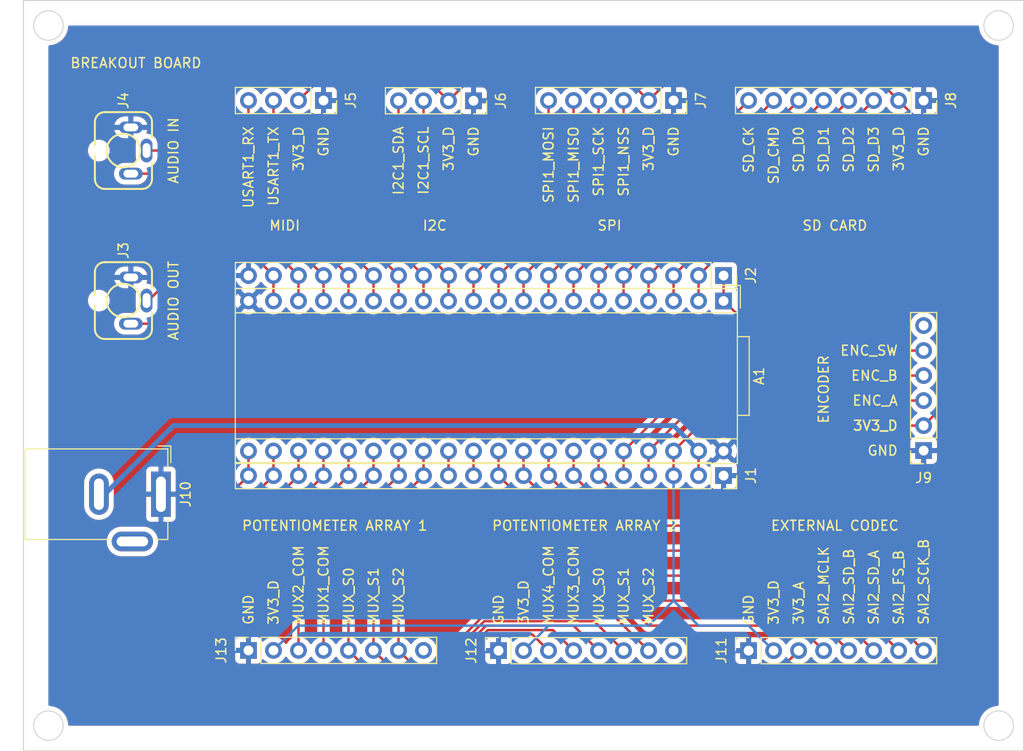
<source format=kicad_pcb>
(kicad_pcb (version 20211014) (generator pcbnew)
  (layers (0 "F.Cu" signal) (31 "B.Cu" signal) (34 "B.Paste" user) (35 "F.Paste" user) (36 "B.SilkS" user "B.Silkscreen") (37 "F.SilkS" user "F.Silkscreen") (38 "B.Mask" user) (39 "F.Mask" user) (44 "Edge.Cuts" user))
  (net 0 "")
  (net 1 "GND")
  (net 2 "9V")
  (net 3 "3V3_D")
  (net 4 "ENC_SW")
  (net 5 "SDMMC1_D3")
  (net 6 "SDMMC1_D2")
  (net 7 "SDMMC1_D1")
  (net 8 "SDMMC1_D0")
  (net 9 "SDMMC1_CMD")
  (net 10 "SDMMC1_CK")
  (net 11 "SPI1_NSS")
  (net 12 "SPI1_SCK")
  (net 13 "SPI1_MISO")
  (net 14 "ENC_B")
  (net 15 "ENC_A")
  (net 16 "SPI1_MOSI")
  (net 17 "DAC1_OUT_2")
  (net 18 "DAC1_OUT_1")
  (net 19 "SAI2_MCLK")
  (net 20 "3V3_A")
  (net 21 "AUDIO_OUT_R")
  (net 22 "AUDIO_OUT_L")
  (net 23 "AUDIO_IN_R")
  (net 24 "AUDIO_IN_L")
  (net 25 "USART1_TX")
  (net 26 "USART1_RX")
  (net 27 "I2C1_SDA")
  (net 28 "I2C1_SCL")
  (net 29 "SAI2_SD_B")
  (net 30 "SAI2_SD_A")
  (net 31 "SAI2_FS_B")
  (net 32 "SAI2_SCK_B")
  (net 36 "MUX1_COM")
  (net 37 "MUX2_COM")
  (net 38 "MUX3_COM")
  (net 39 "MUX_S0")
  (net 40 "MUX_S1")
  (net 41 "MUX_S2")
  (net 42 "MUX4_COM")
  (footprint "Device_Audio_Electrosmith_Daisy_Seed:Device_Audio_Electrosmith_Daisy_Seed" (layer "F.Cu") (at 132.08 91.4825 -90)
    (fp_text reference "A1" (at 7.62 -3.6 90) (layer "F.SilkS"))
    (fp_text value "Device_Audio_Electrosmith_Daisy_Seed_Rev4")
    (fp_line (start 16.52 -1.4) (end 16.52 49.6) (layer "F.SilkS") (width 0.12))
    (fp_line (start 11.62 -2.6) (end 11.62 -1.4) (layer "F.SilkS") (width 0.12))
    (fp_line (start -1.28 -1.4) (end 16.52 -1.4) (layer "F.SilkS") (width 0.12))
    (fp_line (start 3.62 -1.4) (end 3.62 -2.6) (layer "F.SilkS") (width 0.12))
    (fp_line (start 0.72 -1.7) (end -1.58 -1.7) (layer "F.SilkS") (width 0.12))
    (fp_line (start -1.28 49.6) (end -1.28 -1.4) (layer "F.SilkS") (width 0.12))
    (fp_line (start -1.58 -1.7) (end -1.58 0.7) (layer "F.SilkS") (width 0.12))
    (fp_line (start 16.52 49.6) (end -1.28 49.6) (layer "F.SilkS") (width 0.12))
    (fp_line (start 1.2 -1.4) (end 1.2 49.6) (layer "F.SilkS") (width 0.12))
    (fp_line (start 14 -1.4) (end 14 49.6) (layer "F.SilkS") (width 0.12))
    (fp_line (start 3.62 -2.6) (end 11.62 -2.6) (layer "F.SilkS") (width 0.12))
    (pad "1" thru_hole rect locked (at 0 0 270) (size 1.7 1.7) (drill 1) (layers *.Cu *.Mask) (net 4 "ENC_SW"))
    (pad "2" thru_hole circle locked (at 0 2.54 270) (size 1.7 1.7) (drill 1) (layers *.Cu *.Mask) (net 5 "SDMMC1_D3"))
    (pad "3" thru_hole circle locked (at 0 5.08 270) (size 1.7 1.7) (drill 1) (layers *.Cu *.Mask) (net 6 "SDMMC1_D2"))
    (pad "4" thru_hole circle locked (at 0 7.62 270) (size 1.7 1.7) (drill 1) (layers *.Cu *.Mask) (net 7 "SDMMC1_D1"))
    (pad "5" thru_hole circle locked (at 0 10.16 270) (size 1.7 1.7) (drill 1) (layers *.Cu *.Mask) (net 8 "SDMMC1_D0"))
    (pad "6" thru_hole circle locked (at 0 12.7 270) (size 1.7 1.7) (drill 1) (layers *.Cu *.Mask) (net 9 "SDMMC1_CMD"))
    (pad "7" thru_hole circle locked (at 0 15.24 270) (size 1.7 1.7) (drill 1) (layers *.Cu *.Mask) (net 10 "SDMMC1_CK"))
    (pad "8" thru_hole circle locked (at 0 17.78 270) (size 1.7 1.7) (drill 1) (layers *.Cu *.Mask) (net 11 "SPI1_NSS"))
    (pad "9" thru_hole circle locked (at 0 20.32 270) (size 1.7 1.7) (drill 1) (layers *.Cu *.Mask) (net 12 "SPI1_SCK"))
    (pad "10" thru_hole circle locked (at 0 22.86 270) (size 1.7 1.7) (drill 1) (layers *.Cu *.Mask) (net 13 "SPI1_MISO"))
    (pad "11" thru_hole circle locked (at 0 25.4 270) (size 1.7 1.7) (drill 1) (layers *.Cu *.Mask) (net 16 "SPI1_MOSI"))
    (pad "12" thru_hole circle locked (at 0 27.94 270) (size 1.7 1.7) (drill 1) (layers *.Cu *.Mask) (net 28 "I2C1_SCL"))
    (pad "13" thru_hole circle locked (at 0 30.48 270) (size 1.7 1.7) (drill 1) (layers *.Cu *.Mask) (net 27 "I2C1_SDA"))
    (pad "14" thru_hole circle locked (at 0 33.02 270) (size 1.7 1.7) (drill 1) (layers *.Cu *.Mask) (net 25 "USART1_TX"))
    (pad "15" thru_hole circle locked (at 0 35.56 270) (size 1.7 1.7) (drill 1) (layers *.Cu *.Mask) (net 26 "USART1_RX"))
    (pad "16" thru_hole circle locked (at 0 38.1 270) (size 1.7 1.7) (drill 1) (layers *.Cu *.Mask) (net 24 "AUDIO_IN_L"))
    (pad "17" thru_hole circle locked (at 0 40.64 270) (size 1.7 1.7) (drill 1) (layers *.Cu *.Mask) (net 23 "AUDIO_IN_R"))
    (pad "18" thru_hole circle locked (at 0 43.18 270) (size 1.7 1.7) (drill 1) (layers *.Cu *.Mask) (net 22 "AUDIO_OUT_L"))
    (pad "19" thru_hole circle locked (at 0 45.72 270) (size 1.7 1.7) (drill 1) (layers *.Cu *.Mask) (net 21 "AUDIO_OUT_R"))
    (pad "20" thru_hole circle locked (at 0 48.26 270) (size 1.7 1.7) (drill 1) (layers *.Cu *.Mask) (net 1 "GND"))
    (pad "21" thru_hole circle locked (at 15.24 48.26 270) (size 1.7 1.7) (drill 1) (layers *.Cu *.Mask) (net 20 "3V3_A"))
    (pad "22" thru_hole circle locked (at 15.24 45.72 270) (size 1.7 1.7) (drill 1) (layers *.Cu *.Mask) (net 42 "MUX4_COM"))
    (pad "23" thru_hole circle locked (at 15.24 43.18 270) (size 1.7 1.7) (drill 1) (layers *.Cu *.Mask) (net 38 "MUX3_COM"))
    (pad "24" thru_hole circle locked (at 15.24 40.64 270) (size 1.7 1.7) (drill 1) (layers *.Cu *.Mask) (net 37 "MUX2_COM"))
    (pad "25" thru_hole circle locked (at 15.24 38.1 270) (size 1.7 1.7) (drill 1) (layers *.Cu *.Mask) (net 36 "MUX1_COM"))
    (pad "26" thru_hole circle locked (at 15.24 35.56 270) (size 1.7 1.7) (drill 1) (layers *.Cu *.Mask) (net 39 "MUX_S0"))
    (pad "27" thru_hole circle locked (at 15.24 33.02 270) (size 1.7 1.7) (drill 1) (layers *.Cu *.Mask) (net 40 "MUX_S1"))
    (pad "28" thru_hole circle locked (at 15.24 30.48 270) (size 1.7 1.7) (drill 1) (layers *.Cu *.Mask) (net 41 "MUX_S2"))
    (pad "29" thru_hole circle locked (at 15.24 27.94 270) (size 1.7 1.7) (drill 1) (layers *.Cu *.Mask) (net 17 "DAC1_OUT_2"))
    (pad "30" thru_hole circle locked (at 15.24 25.4 270) (size 1.7 1.7) (drill 1) (layers *.Cu *.Mask) (net 18 "DAC1_OUT_1"))
    (pad "31" thru_hole circle locked (at 15.24 22.86 270) (size 1.7 1.7) (drill 1) (layers *.Cu *.Mask) (net 19 "SAI2_MCLK"))
    (pad "32" thru_hole circle locked (at 15.24 20.32 270) (size 1.7 1.7) (drill 1) (layers *.Cu *.Mask) (net 29 "SAI2_SD_B"))
    (pad "33" thru_hole circle locked (at 15.24 17.78 270) (size 1.7 1.7) (drill 1) (layers *.Cu *.Mask) (net 30 "SAI2_SD_A"))
    (pad "34" thru_hole circle locked (at 15.24 15.24 270) (size 1.7 1.7) (drill 1) (layers *.Cu *.Mask) (net 31 "SAI2_FS_B"))
    (pad "35" thru_hole circle locked (at 15.24 12.7 270) (size 1.7 1.7) (drill 1) (layers *.Cu *.Mask) (net 32 "SAI2_SCK_B"))
    (pad "36" thru_hole circle locked (at 15.24 10.16 270) (size 1.7 1.7) (drill 1) (layers *.Cu *.Mask) (net 14 "ENC_B"))
    (pad "37" thru_hole circle locked (at 15.24 7.62 270) (size 1.7 1.7) (drill 1) (layers *.Cu *.Mask) (net 15 "ENC_A"))
    (pad "38" thru_hole circle locked (at 15.24 5.08 270) (size 1.7 1.7) (drill 1) (layers *.Cu *.Mask) (net 3 "3V3_D"))
    (pad "39" thru_hole circle locked (at 15.24 2.54 270) (size 1.7 1.7) (drill 1) (layers *.Cu *.Mask) (net 2 "9V"))
    (pad "40" thru_hole circle locked (at 15.24 0 270) (size 1.7 1.7) (drill 1) (layers *.Cu *.Mask) (net 1 "GND"))
  )
  (footprint "Connector_PinSocket_2.54mm:PinSocket_1x06_P2.54mm_Vertical" (layer "F.Cu") (at 152.4 106.68 180)
    (fp_text reference "J9" (at 0 -2.77) (layer "F.SilkS"))
    (fp_text value "Conn_01x06_Male")
    (fp_line (start -1.33 1.27) (end -1.33 14.03) (layer "F.SilkS") (width 0.12))
    (fp_line (start 1.33 -1.33) (end 1.33 0) (layer "F.SilkS") (width 0.12))
    (fp_line (start -1.33 14.03) (end 1.33 14.03) (layer "F.SilkS") (width 0.12))
    (fp_line (start -1.33 1.27) (end 1.33 1.27) (layer "F.SilkS") (width 0.12))
    (fp_line (start 0 -1.33) (end 1.33 -1.33) (layer "F.SilkS") (width 0.12))
    (fp_line (start 1.33 1.27) (end 1.33 14.03) (layer "F.SilkS") (width 0.12))
    (pad "1" thru_hole rect (at 0 0 180) (size 1.7 1.7) (drill 1) (layers *.Cu *.Mask) (net 1 "GND"))
    (pad "2" thru_hole oval (at 0 2.54 180) (size 1.7 1.7) (drill 1) (layers *.Cu *.Mask) (net 3 "3V3_D"))
    (pad "3" thru_hole oval (at 0 5.08 180) (size 1.7 1.7) (drill 1) (layers *.Cu *.Mask) (net 15 "ENC_A"))
    (pad "4" thru_hole oval (at 0 7.62 180) (size 1.7 1.7) (drill 1) (layers *.Cu *.Mask) (net 14 "ENC_B"))
    (pad "5" thru_hole oval (at 0 10.16 180) (size 1.7 1.7) (drill 1) (layers *.Cu *.Mask) (net 4 "ENC_SW"))
    (pad "6" thru_hole oval (at 0 12.7 180) (size 1.7 1.7) (drill 1) (layers *.Cu *.Mask))
  )
  (footprint "Connector_PinSocket_2.54mm:PinSocket_1x20_P2.54mm_Vertical" (layer "F.Cu") (at 132.08 109.22 -90)
    (fp_text reference "J1" (at 0 -2.77 -90) (layer "F.SilkS"))
    (fp_text value "Conn_01x20_Female")
    (fp_line (start 1.33 -1.33) (end 1.33 0) (layer "F.SilkS") (width 0.12))
    (fp_line (start -1.33 49.59) (end 1.33 49.59) (layer "F.SilkS") (width 0.12))
    (fp_line (start 1.33 1.27) (end 1.33 49.59) (layer "F.SilkS") (width 0.12))
    (fp_line (start 0 -1.33) (end 1.33 -1.33) (layer "F.SilkS") (width 0.12))
    (fp_line (start -1.33 1.27) (end 1.33 1.27) (layer "F.SilkS") (width 0.12))
    (fp_line (start -1.33 1.27) (end -1.33 49.59) (layer "F.SilkS") (width 0.12))
    (pad "1" thru_hole rect (at 0 0 270) (size 1.7 1.7) (drill 1) (layers *.Cu *.Mask) (net 1 "GND"))
    (pad "2" thru_hole oval (at 0 2.54 270) (size 1.7 1.7) (drill 1) (layers *.Cu *.Mask) (net 2 "9V"))
    (pad "3" thru_hole oval (at 0 5.08 270) (size 1.7 1.7) (drill 1) (layers *.Cu *.Mask) (net 3 "3V3_D"))
    (pad "4" thru_hole oval (at 0 7.62 270) (size 1.7 1.7) (drill 1) (layers *.Cu *.Mask) (net 15 "ENC_A"))
    (pad "5" thru_hole oval (at 0 10.16 270) (size 1.7 1.7) (drill 1) (layers *.Cu *.Mask) (net 14 "ENC_B"))
    (pad "6" thru_hole oval (at 0 12.7 270) (size 1.7 1.7) (drill 1) (layers *.Cu *.Mask) (net 32 "SAI2_SCK_B"))
    (pad "7" thru_hole oval (at 0 15.24 270) (size 1.7 1.7) (drill 1) (layers *.Cu *.Mask) (net 31 "SAI2_FS_B"))
    (pad "8" thru_hole oval (at 0 17.78 270) (size 1.7 1.7) (drill 1) (layers *.Cu *.Mask) (net 30 "SAI2_SD_A"))
    (pad "9" thru_hole oval (at 0 20.32 270) (size 1.7 1.7) (drill 1) (layers *.Cu *.Mask) (net 29 "SAI2_SD_B"))
    (pad "10" thru_hole oval (at 0 22.86 270) (size 1.7 1.7) (drill 1) (layers *.Cu *.Mask) (net 19 "SAI2_MCLK"))
    (pad "11" thru_hole oval (at 0 25.4 270) (size 1.7 1.7) (drill 1) (layers *.Cu *.Mask) (net 18 "DAC1_OUT_1"))
    (pad "12" thru_hole oval (at 0 27.94 270) (size 1.7 1.7) (drill 1) (layers *.Cu *.Mask) (net 17 "DAC1_OUT_2"))
    (pad "13" thru_hole oval (at 0 30.48 270) (size 1.7 1.7) (drill 1) (layers *.Cu *.Mask) (net 41 "MUX_S2"))
    (pad "14" thru_hole oval (at 0 33.02 270) (size 1.7 1.7) (drill 1) (layers *.Cu *.Mask) (net 40 "MUX_S1"))
    (pad "15" thru_hole oval (at 0 35.56 270) (size 1.7 1.7) (drill 1) (layers *.Cu *.Mask) (net 39 "MUX_S0"))
    (pad "16" thru_hole oval (at 0 38.1 270) (size 1.7 1.7) (drill 1) (layers *.Cu *.Mask) (net 36 "MUX1_COM"))
    (pad "17" thru_hole oval (at 0 40.64 270) (size 1.7 1.7) (drill 1) (layers *.Cu *.Mask) (net 37 "MUX2_COM"))
    (pad "18" thru_hole oval (at 0 43.18 270) (size 1.7 1.7) (drill 1) (layers *.Cu *.Mask) (net 38 "MUX3_COM"))
    (pad "19" thru_hole oval (at 0 45.72 270) (size 1.7 1.7) (drill 1) (layers *.Cu *.Mask) (net 42 "MUX4_COM"))
    (pad "20" thru_hole oval (at 0 48.26 270) (size 1.7 1.7) (drill 1) (layers *.Cu *.Mask) (net 20 "3V3_A"))
  )
  (footprint "Connector_PinSocket_2.54mm:PinSocket_1x08_P2.54mm_Vertical" (layer "F.Cu") (at 152.4 71.12 -90)
    (fp_text reference "J8" (at 0 -2.77 90) (layer "F.SilkS"))
    (fp_text value "Conn_01x08_Male")
    (fp_line (start 0 -1.33) (end 1.33 -1.33) (layer "F.SilkS") (width 0.12))
    (fp_line (start -1.33 1.27) (end 1.33 1.27) (layer "F.SilkS") (width 0.12))
    (fp_line (start 1.33 -1.33) (end 1.33 0) (layer "F.SilkS") (width 0.12))
    (fp_line (start -1.33 1.27) (end -1.33 19.11) (layer "F.SilkS") (width 0.12))
    (fp_line (start -1.33 19.11) (end 1.33 19.11) (layer "F.SilkS") (width 0.12))
    (fp_line (start 1.33 1.27) (end 1.33 19.11) (layer "F.SilkS") (width 0.12))
    (pad "1" thru_hole rect (at 0 0 270) (size 1.7 1.7) (drill 1) (layers *.Cu *.Mask) (net 1 "GND"))
    (pad "2" thru_hole oval (at 0 2.54 270) (size 1.7 1.7) (drill 1) (layers *.Cu *.Mask) (net 3 "3V3_D"))
    (pad "3" thru_hole oval (at 0 5.08 270) (size 1.7 1.7) (drill 1) (layers *.Cu *.Mask) (net 5 "SDMMC1_D3"))
    (pad "4" thru_hole oval (at 0 7.62 270) (size 1.7 1.7) (drill 1) (layers *.Cu *.Mask) (net 6 "SDMMC1_D2"))
    (pad "5" thru_hole oval (at 0 10.16 270) (size 1.7 1.7) (drill 1) (layers *.Cu *.Mask) (net 7 "SDMMC1_D1"))
    (pad "6" thru_hole oval (at 0 12.7 270) (size 1.7 1.7) (drill 1) (layers *.Cu *.Mask) (net 8 "SDMMC1_D0"))
    (pad "7" thru_hole oval (at 0 15.24 270) (size 1.7 1.7) (drill 1) (layers *.Cu *.Mask) (net 9 "SDMMC1_CMD"))
    (pad "8" thru_hole oval (at 0 17.78 270) (size 1.7 1.7) (drill 1) (layers *.Cu *.Mask) (net 10 "SDMMC1_CK"))
  )
  (footprint "Connector_PinSocket_2.54mm:PinSocket_1x04_P2.54mm_Vertical" (layer "F.Cu") (at 91.44 71.12 -90)
    (fp_text reference "J5" (at 0 -2.77 90) (layer "F.SilkS"))
    (fp_text value "Conn_01x04_Male")
    (fp_line (start -1.33 1.27) (end -1.33 8.95) (layer "F.SilkS") (width 0.12))
    (fp_line (start -1.33 8.95) (end 1.33 8.95) (layer "F.SilkS") (width 0.12))
    (fp_line (start 0 -1.33) (end 1.33 -1.33) (layer "F.SilkS") (width 0.12))
    (fp_line (start -1.33 1.27) (end 1.33 1.27) (layer "F.SilkS") (width 0.12))
    (fp_line (start 1.33 -1.33) (end 1.33 0) (layer "F.SilkS") (width 0.12))
    (fp_line (start 1.33 1.27) (end 1.33 8.95) (layer "F.SilkS") (width 0.12))
    (pad "1" thru_hole rect (at 0 0 270) (size 1.7 1.7) (drill 1) (layers *.Cu *.Mask) (net 1 "GND"))
    (pad "2" thru_hole oval (at 0 2.54 270) (size 1.7 1.7) (drill 1) (layers *.Cu *.Mask) (net 3 "3V3_D"))
    (pad "3" thru_hole oval (at 0 5.08 270) (size 1.7 1.7) (drill 1) (layers *.Cu *.Mask) (net 25 "USART1_TX"))
    (pad "4" thru_hole oval (at 0 7.62 270) (size 1.7 1.7) (drill 1) (layers *.Cu *.Mask) (net 26 "USART1_RX"))
  )
  (footprint "1502_01:1502_01" (layer "F.Cu") (at 71.12 76.2 -90)
    (fp_text reference "J4" (at -5.08 0 -270) (layer "F.SilkS"))
    (fp_text value "1502_01")
    (fp_line (start 2.9 2.9) (end -2.9 2.9) (layer "F.SilkS") (width 0.2032))
    (fp_line (start -3.9 1.9) (end -3.9 -1.9) (layer "F.SilkS") (width 0.2032))
    (fp_line (start 3.9 -1.9) (end 3.9 1.9) (layer "F.SilkS") (width 0.2032))
    (fp_line (start -2.9 -2.9) (end -1.3 -2.9) (layer "F.SilkS") (width 0.2032))
    (fp_line (start 1.3 -2.9) (end 2.9 -2.9) (layer "F.SilkS") (width 0.2032))
    (fp_arc (start -2.9 2.9) (mid -3.607107 2.607107) (end -3.9 1.9) (layer "F.SilkS") (width 0.2032))
    (fp_arc (start 3.9 1.9) (mid 3.607107 2.607107) (end 2.9 2.9) (layer "F.SilkS") (width 0.2032))
    (fp_arc (start -3.9 -1.9) (mid -3.607107 -2.607107) (end -2.9 -2.9) (layer "F.SilkS") (width 0.2032))
    (fp_arc (start 2.9 -2.9) (mid 3.607107 -2.607107) (end 3.9 -1.9) (layer "F.SilkS") (width 0.2032))
    (fp_circle (center 0 0) (end 1.7 0) (layer "F.SilkS") (width 0.2032) (fill none))
    (pad "" np_thru_hole circle locked (at 0 2.5 270) (size 1.2 1.2) (drill 1.2) (layers *.Cu *.Mask))
    (pad "1" thru_hole oval locked (at 0 -2.35 270) (size 2.4 1.2) (drill oval 1.5 0.8) (layers *.Cu *.Mask) (net 24 "AUDIO_IN_L"))
    (pad "2" thru_hole oval locked (at -2.35 -0.75 270) (size 1.2 2.4) (drill oval 0.8 1.5) (layers *.Cu *.Mask) (net 1 "GND"))
    (pad "3" thru_hole oval locked (at 2.35 -0.75 270) (size 1.2 2.4) (drill oval 0.8 1.5) (layers *.Cu *.Mask) (net 23 "AUDIO_IN_R"))
  )
  (footprint "Connector_BarrelJack:BarrelJack_GCT_DCJ200-10-A_Horizontal" (layer "F.Cu") (at 74.93 111.11 -90)
    (fp_text reference "J10" (at 0 -2.5 90) (layer "F.SilkS"))
    (fp_text value "Barrel_Jack")
    (fp_line (start 4.6 13.8) (end -4.6 13.8) (layer "F.SilkS") (width 0.12))
    (fp_line (start -4.6 -0.7) (end -2.6 -0.7) (layer "F.SilkS") (width 0.12))
    (fp_line (start 4.6 5.2) (end 4.6 13.8) (layer "F.SilkS") (width 0.12))
    (fp_line (start -3.2 -1) (end -4.9 -1) (layer "F.SilkS") (width 0.12))
    (fp_line (start -4.6 13.8) (end -4.6 -0.7) (layer "F.SilkS") (width 0.12))
    (fp_line (start 2.6 -0.7) (end 4.6 -0.7) (layer "F.SilkS") (width 0.12))
    (fp_line (start -4.9 -1) (end -4.9 0.3) (layer "F.SilkS") (width 0.12))
    (fp_line (start 4.6 -0.7) (end 4.6 0.6) (layer "F.SilkS") (width 0.12))
    (pad "1" thru_hole rect (at 0 0 270) (size 4.6 2) (drill oval 3.6 1) (layers *.Cu *.Mask) (net 1 "GND"))
    (pad "2" thru_hole oval (at 0 6.3 270) (size 4.2 2) (drill oval 3.2 1) (layers *.Cu *.Mask) (net 2 "9V"))
    (pad "3" thru_hole oval (at 4.8 2.9 270) (size 2 4.2) (drill oval 1 3.2) (layers *.Cu *.Mask))
  )
  (footprint "Connector_PinSocket_2.54mm:PinSocket_1x08_P2.54mm_Vertical" (layer "F.Cu") (at 109.22 127 90)
    (fp_text reference "J12" (at 0 -2.77 90) (layer "F.SilkS"))
    (fp_text value "Conn_01x08_Male")
    (fp_line (start 1.33 1.27) (end 1.33 19.11) (layer "F.SilkS") (width 0.12))
    (fp_line (start -1.33 1.27) (end 1.33 1.27) (layer "F.SilkS") (width 0.12))
    (fp_line (start -1.33 1.27) (end -1.33 19.11) (layer "F.SilkS") (width 0.12))
    (fp_line (start -1.33 19.11) (end 1.33 19.11) (layer "F.SilkS") (width 0.12))
    (fp_line (start 0 -1.33) (end 1.33 -1.33) (layer "F.SilkS") (width 0.12))
    (fp_line (start 1.33 -1.33) (end 1.33 0) (layer "F.SilkS") (width 0.12))
    (pad "1" thru_hole rect (at 0 0 90) (size 1.7 1.7) (drill 1) (layers *.Cu *.Mask) (net 1 "GND"))
    (pad "2" thru_hole oval (at 0 2.54 90) (size 1.7 1.7) (drill 1) (layers *.Cu *.Mask) (net 3 "3V3_D"))
    (pad "3" thru_hole oval (at 0 5.08 90) (size 1.7 1.7) (drill 1) (layers *.Cu *.Mask) (net 42 "MUX4_COM"))
    (pad "4" thru_hole oval (at 0 7.62 90) (size 1.7 1.7) (drill 1) (layers *.Cu *.Mask) (net 38 "MUX3_COM"))
    (pad "5" thru_hole oval (at 0 10.16 90) (size 1.7 1.7) (drill 1) (layers *.Cu *.Mask) (net 39 "MUX_S0"))
    (pad "6" thru_hole oval (at 0 12.7 90) (size 1.7 1.7) (drill 1) (layers *.Cu *.Mask) (net 40 "MUX_S1"))
    (pad "7" thru_hole oval (at 0 15.24 90) (size 1.7 1.7) (drill 1) (layers *.Cu *.Mask) (net 41 "MUX_S2"))
    (pad "8" thru_hole oval (at 0 17.78 90) (size 1.7 1.7) (drill 1) (layers *.Cu *.Mask))
  )
  (footprint "Connector_PinSocket_2.54mm:PinSocket_1x04_P2.54mm_Vertical" (layer "F.Cu") (at 106.68 71.145 -90)
    (fp_text reference "J6" (at 0 -2.77 -90) (layer "F.SilkS"))
    (fp_text value "Conn_01x04_Male")
    (fp_line (start -1.33 8.95) (end 1.33 8.95) (layer "F.SilkS") (width 0.12))
    (fp_line (start 1.33 1.27) (end 1.33 8.95) (layer "F.SilkS") (width 0.12))
    (fp_line (start 1.33 -1.33) (end 1.33 0) (layer "F.SilkS") (width 0.12))
    (fp_line (start -1.33 1.27) (end 1.33 1.27) (layer "F.SilkS") (width 0.12))
    (fp_line (start 0 -1.33) (end 1.33 -1.33) (layer "F.SilkS") (width 0.12))
    (fp_line (start -1.33 1.27) (end -1.33 8.95) (layer "F.SilkS") (width 0.12))
    (pad "1" thru_hole rect (at 0 0 270) (size 1.7 1.7) (drill 1) (layers *.Cu *.Mask) (net 1 "GND"))
    (pad "2" thru_hole oval (at 0 2.54 270) (size 1.7 1.7) (drill 1) (layers *.Cu *.Mask) (net 3 "3V3_D"))
    (pad "3" thru_hole oval (at 0 5.08 270) (size 1.7 1.7) (drill 1) (layers *.Cu *.Mask) (net 28 "I2C1_SCL"))
    (pad "4" thru_hole oval (at 0 7.62 270) (size 1.7 1.7) (drill 1) (layers *.Cu *.Mask) (net 27 "I2C1_SDA"))
  )
  (footprint "Connector_PinSocket_2.54mm:PinSocket_1x06_P2.54mm_Vertical" (layer "F.Cu") (at 127 71.12 -90)
    (fp_text reference "J7" (at 0 -2.77 90) (layer "F.SilkS"))
    (fp_text value "Conn_01x06_Male")
    (fp_line (start -1.33 1.27) (end 1.33 1.27) (layer "F.SilkS") (width 0.12))
    (fp_line (start -1.33 1.27) (end -1.33 14.03) (layer "F.SilkS") (width 0.12))
    (fp_line (start 1.33 -1.33) (end 1.33 0) (layer "F.SilkS") (width 0.12))
    (fp_line (start 0 -1.33) (end 1.33 -1.33) (layer "F.SilkS") (width 0.12))
    (fp_line (start -1.33 14.03) (end 1.33 14.03) (layer "F.SilkS") (width 0.12))
    (fp_line (start 1.33 1.27) (end 1.33 14.03) (layer "F.SilkS") (width 0.12))
    (pad "1" thru_hole rect (at 0 0 270) (size 1.7 1.7) (drill 1) (layers *.Cu *.Mask) (net 1 "GND"))
    (pad "2" thru_hole oval (at 0 2.54 270) (size 1.7 1.7) (drill 1) (layers *.Cu *.Mask) (net 3 "3V3_D"))
    (pad "3" thru_hole oval (at 0 5.08 270) (size 1.7 1.7) (drill 1) (layers *.Cu *.Mask) (net 11 "SPI1_NSS"))
    (pad "4" thru_hole oval (at 0 7.62 270) (size 1.7 1.7) (drill 1) (layers *.Cu *.Mask) (net 12 "SPI1_SCK"))
    (pad "5" thru_hole oval (at 0 10.16 270) (size 1.7 1.7) (drill 1) (layers *.Cu *.Mask) (net 13 "SPI1_MISO"))
    (pad "6" thru_hole oval (at 0 12.7 270) (size 1.7 1.7) (drill 1) (layers *.Cu *.Mask) (net 16 "SPI1_MOSI"))
  )
  (footprint "Connector_PinSocket_2.54mm:PinSocket_1x08_P2.54mm_Vertical" (layer "F.Cu") (at 134.62 127 90)
    (fp_text reference "J11" (at 0 -2.77 90) (layer "F.SilkS"))
    (fp_text value "Conn_01x08_Male")
    (fp_line (start 0 -1.33) (end 1.33 -1.33) (layer "F.SilkS") (width 0.12))
    (fp_line (start -1.33 1.27) (end 1.33 1.27) (layer "F.SilkS") (width 0.12))
    (fp_line (start -1.33 1.27) (end -1.33 19.11) (layer "F.SilkS") (width 0.12))
    (fp_line (start -1.33 19.11) (end 1.33 19.11) (layer "F.SilkS") (width 0.12))
    (fp_line (start 1.33 -1.33) (end 1.33 0) (layer "F.SilkS") (width 0.12))
    (fp_line (start 1.33 1.27) (end 1.33 19.11) (layer "F.SilkS") (width 0.12))
    (pad "1" thru_hole rect (at 0 0 90) (size 1.7 1.7) (drill 1) (layers *.Cu *.Mask) (net 1 "GND"))
    (pad "2" thru_hole oval (at 0 2.54 90) (size 1.7 1.7) (drill 1) (layers *.Cu *.Mask) (net 3 "3V3_D"))
    (pad "3" thru_hole oval (at 0 5.08 90) (size 1.7 1.7) (drill 1) (layers *.Cu *.Mask) (net 20 "3V3_A"))
    (pad "4" thru_hole oval (at 0 7.62 90) (size 1.7 1.7) (drill 1) (layers *.Cu *.Mask) (net 19 "SAI2_MCLK"))
    (pad "5" thru_hole oval (at 0 10.16 90) (size 1.7 1.7) (drill 1) (layers *.Cu *.Mask) (net 29 "SAI2_SD_B"))
    (pad "6" thru_hole oval (at 0 12.7 90) (size 1.7 1.7) (drill 1) (layers *.Cu *.Mask) (net 30 "SAI2_SD_A"))
    (pad "7" thru_hole oval (at 0 15.24 90) (size 1.7 1.7) (drill 1) (layers *.Cu *.Mask) (net 31 "SAI2_FS_B"))
    (pad "8" thru_hole oval (at 0 17.78 90) (size 1.7 1.7) (drill 1) (layers *.Cu *.Mask) (net 32 "SAI2_SCK_B"))
  )
  (footprint "Connector_PinSocket_2.54mm:PinSocket_1x20_P2.54mm_Vertical" (layer "F.Cu") (at 132.08 88.9 -90)
    (fp_text reference "J2" (at 0 -2.77 -90) (layer "F.SilkS"))
    (fp_text value "Conn_01x20_Female")
    (fp_line (start 1.33 1.27) (end 1.33 49.59) (layer "F.SilkS") (width 0.12))
    (fp_line (start -1.33 1.27) (end -1.33 49.59) (layer "F.SilkS") (width 0.12))
    (fp_line (start 1.33 -1.33) (end 1.33 0) (layer "F.SilkS") (width 0.12))
    (fp_line (start 0 -1.33) (end 1.33 -1.33) (layer "F.SilkS") (width 0.12))
    (fp_line (start -1.33 1.27) (end 1.33 1.27) (layer "F.SilkS") (width 0.12))
    (fp_line (start -1.33 49.59) (end 1.33 49.59) (layer "F.SilkS") (width 0.12))
    (pad "1" thru_hole rect (at 0 0 270) (size 1.7 1.7) (drill 1) (layers *.Cu *.Mask) (net 4 "ENC_SW"))
    (pad "2" thru_hole oval (at 0 2.54 270) (size 1.7 1.7) (drill 1) (layers *.Cu *.Mask) (net 5 "SDMMC1_D3"))
    (pad "3" thru_hole oval (at 0 5.08 270) (size 1.7 1.7) (drill 1) (layers *.Cu *.Mask) (net 6 "SDMMC1_D2"))
    (pad "4" thru_hole oval (at 0 7.62 270) (size 1.7 1.7) (drill 1) (layers *.Cu *.Mask) (net 7 "SDMMC1_D1"))
    (pad "5" thru_hole oval (at 0 10.16 270) (size 1.7 1.7) (drill 1) (layers *.Cu *.Mask) (net 8 "SDMMC1_D0"))
    (pad "6" thru_hole oval (at 0 12.7 270) (size 1.7 1.7) (drill 1) (layers *.Cu *.Mask) (net 9 "SDMMC1_CMD"))
    (pad "7" thru_hole oval (at 0 15.24 270) (size 1.7 1.7) (drill 1) (layers *.Cu *.Mask) (net 10 "SDMMC1_CK"))
    (pad "8" thru_hole oval (at 0 17.78 270) (size 1.7 1.7) (drill 1) (layers *.Cu *.Mask) (net 11 "SPI1_NSS"))
    (pad "9" thru_hole oval (at 0 20.32 270) (size 1.7 1.7) (drill 1) (layers *.Cu *.Mask) (net 12 "SPI1_SCK"))
    (pad "10" thru_hole oval (at 0 22.86 270) (size 1.7 1.7) (drill 1) (layers *.Cu *.Mask) (net 13 "SPI1_MISO"))
    (pad "11" thru_hole oval (at 0 25.4 270) (size 1.7 1.7) (drill 1) (layers *.Cu *.Mask) (net 16 "SPI1_MOSI"))
    (pad "12" thru_hole oval (at 0 27.94 270) (size 1.7 1.7) (drill 1) (layers *.Cu *.Mask) (net 28 "I2C1_SCL"))
    (pad "13" thru_hole oval (at 0 30.48 270) (size 1.7 1.7) (drill 1) (layers *.Cu *.Mask) (net 27 "I2C1_SDA"))
    (pad "14" thru_hole oval (at 0 33.02 270) (size 1.7 1.7) (drill 1) (layers *.Cu *.Mask) (net 25 "USART1_TX"))
    (pad "15" thru_hole oval (at 0 35.56 270) (size 1.7 1.7) (drill 1) (layers *.Cu *.Mask) (net 26 "USART1_RX"))
    (pad "16" thru_hole oval (at 0 38.1 270) (size 1.7 1.7) (drill 1) (layers *.Cu *.Mask) (net 24 "AUDIO_IN_L"))
    (pad "17" thru_hole oval (at 0 40.64 270) (size 1.7 1.7) (drill 1) (layers *.Cu *.Mask) (net 23 "AUDIO_IN_R"))
    (pad "18" thru_hole oval (at 0 43.18 270) (size 1.7 1.7) (drill 1) (layers *.Cu *.Mask) (net 22 "AUDIO_OUT_L"))
    (pad "19" thru_hole oval (at 0 45.72 270) (size 1.7 1.7) (drill 1) (layers *.Cu *.Mask) (net 21 "AUDIO_OUT_R"))
    (pad "20" thru_hole oval (at 0 48.26 270) (size 1.7 1.7) (drill 1) (layers *.Cu *.Mask) (net 1 "GND"))
  )
  (footprint "Connector_PinSocket_2.54mm:PinSocket_1x08_P2.54mm_Vertical" (layer "F.Cu") (at 83.82 126.975 90)
    (fp_text reference "J13" (at 0 -2.77 90) (layer "F.SilkS"))
    (fp_text value "Conn_01x08_Male")
    (fp_line (start -1.33 1.27) (end -1.33 19.11) (layer "F.SilkS") (width 0.12))
    (fp_line (start 0 -1.33) (end 1.33 -1.33) (layer "F.SilkS") (width 0.12))
    (fp_line (start 1.33 1.27) (end 1.33 19.11) (layer "F.SilkS") (width 0.12))
    (fp_line (start -1.33 1.27) (end 1.33 1.27) (layer "F.SilkS") (width 0.12))
    (fp_line (start -1.33 19.11) (end 1.33 19.11) (layer "F.SilkS") (width 0.12))
    (fp_line (start 1.33 -1.33) (end 1.33 0) (layer "F.SilkS") (width 0.12))
    (pad "1" thru_hole rect (at 0 0 90) (size 1.7 1.7) (drill 1) (layers *.Cu *.Mask) (net 1 "GND"))
    (pad "2" thru_hole oval (at 0 2.54 90) (size 1.7 1.7) (drill 1) (layers *.Cu *.Mask) (net 3 "3V3_D"))
    (pad "3" thru_hole oval (at 0 5.08 90) (size 1.7 1.7) (drill 1) (layers *.Cu *.Mask) (net 37 "MUX2_COM"))
    (pad "4" thru_hole oval (at 0 7.62 90) (size 1.7 1.7) (drill 1) (layers *.Cu *.Mask) (net 36 "MUX1_COM"))
    (pad "5" thru_hole oval (at 0 10.16 90) (size 1.7 1.7) (drill 1) (layers *.Cu *.Mask) (net 39 "MUX_S0"))
    (pad "6" thru_hole oval (at 0 12.7 90) (size 1.7 1.7) (drill 1) (layers *.Cu *.Mask) (net 40 "MUX_S1"))
    (pad "7" thru_hole oval (at 0 15.24 90) (size 1.7 1.7) (drill 1) (layers *.Cu *.Mask) (net 41 "MUX_S2"))
    (pad "8" thru_hole oval (at 0 17.78 90) (size 1.7 1.7) (drill 1) (layers *.Cu *.Mask))
  )
  (footprint "1502_01:1502_01" (layer "F.Cu") (at 71.12 91.44 -90)
    (fp_text reference "J3" (at -5.08 0 -270) (layer "F.SilkS"))
    (fp_text value "1502_01")
    (fp_line (start 2.9 2.9) (end -2.9 2.9) (layer "F.SilkS") (width 0.2032))
    (fp_line (start -2.9 -2.9) (end -1.3 -2.9) (layer "F.SilkS") (width 0.2032))
    (fp_line (start 1.3 -2.9) (end 2.9 -2.9) (layer "F.SilkS") (width 0.2032))
    (fp_line (start -3.9 1.9) (end -3.9 -1.9) (layer "F.SilkS") (width 0.2032))
    (fp_line (start 3.9 -1.9) (end 3.9 1.9) (layer "F.SilkS") (width 0.2032))
    (fp_arc (start 2.9 -2.9) (mid 3.607107 -2.607107) (end 3.9 -1.9) (layer "F.SilkS") (width 0.2032))
    (fp_arc (start -2.9 2.9) (mid -3.607107 2.607107) (end -3.9 1.9) (layer "F.SilkS") (width 0.2032))
    (fp_arc (start 3.9 1.9) (mid 3.607107 2.607107) (end 2.9 2.9) (layer "F.SilkS") (width 0.2032))
    (fp_arc (start -3.9 -1.9) (mid -3.607107 -2.607107) (end -2.9 -2.9) (layer "F.SilkS") (width 0.2032))
    (fp_circle (center 0 0) (end 1.7 0) (layer "F.SilkS") (width 0.2032) (fill none))
    (pad "" np_thru_hole circle locked (at 0 2.5 270) (size 1.2 1.2) (drill 1.2) (layers *.Cu *.Mask))
    (pad "1" thru_hole oval locked (at 0 -2.35 270) (size 2.4 1.2) (drill oval 1.5 0.8) (layers *.Cu *.Mask) (net 22 "AUDIO_OUT_L"))
    (pad "2" thru_hole oval locked (at -2.35 -0.75 270) (size 1.2 2.4) (drill oval 0.8 1.5) (layers *.Cu *.Mask) (net 1 "GND"))
    (pad "3" thru_hole oval locked (at 2.35 -0.75 270) (size 1.2 2.4) (drill oval 0.8 1.5) (layers *.Cu *.Mask) (net 21 "AUDIO_OUT_R"))
  )
  (gr_circle (center 160.02 63.5) (end 161.52 63.5) (layer "Edge.Cuts") (width 0.1) (fill none))
  (gr_circle (center 63.5 63.5) (end 65 63.5) (layer "Edge.Cuts") (width 0.1) (fill none))
  (gr_circle (center 160.02 134.62) (end 161.52 134.62) (layer "Edge.Cuts") (width 0.1) (fill none))
  (gr_rect (start 60.96 60.96) (end 162.56 137.16) (layer "Edge.Cuts") (width 0.1) (fill none))
  (gr_circle (center 63.5 134.62) (end 65 134.62) (layer "Edge.Cuts") (width 0.1) (fill none))
  (gr_text "MUX_S1" (at 96.52 124.46 90) (layer "F.SilkS") (effects (font (size 1 1)) (justify left)))
  (gr_text "SPI1_MOSI" (at 114.3 73.66 90) (layer "F.SilkS") (effects (font (size 1 1)) (justify right)))
  (gr_text "SAI2_SD_A" (at 147.32 124.46 90) (layer "F.SilkS") (effects (font (size 1 1)) (justify left)))
  (gr_text "SPI1_NSS" (at 121.92 73.66 90) (layer "F.SilkS") (effects (font (size 1 1)) (justify right)))
  (gr_text "3V3_D" (at 111.76 124.46 90) (layer "F.SilkS") (effects (font (size 1 1)) (justify left)))
  (gr_text "MUX_S2" (at 124.46 124.46 90) (layer "F.SilkS") (effects (font (size 1 1)) (justify left)))
  (gr_text "MUX_S1" (at 121.92 124.46 90) (layer "F.SilkS") (effects (font (size 1 1)) (justify left)))
  (gr_text "   POTENTIOMETER ARRAY 1" (at 91.44 114.3) (layer "F.SilkS") (effects (font (size 1 1))))
  (gr_text "3V3_D" (at 149.86 104.14) (layer "F.SilkS") (effects (font (size 1 1)) (justify right)))
  (gr_text "AUDIO IN" (at 76.2 76.2 90) (layer "F.SilkS") (effects (font (size 1 1))))
  (gr_text "SD_CK" (at 134.62 73.66 90) (layer "F.SilkS") (effects (font (size 1 1)) (justify right)))
  (gr_text "AUDIO OUT" (at 76.2 91.44 90) (layer "F.SilkS") (effects (font (size 1 1))))
  (gr_text "SD_D0" (at 139.7 73.66 90) (layer "F.SilkS") (effects (font (size 1 1)) (justify right)))
  (gr_text "3V3_D" (at 124.46 73.66 90) (layer "F.SilkS") (effects (font (size 1 1)) (justify right)))
  (gr_text "   SPI" (at 119.35 83.82) (layer "F.SilkS") (effects (font (size 1 1))))
  (gr_text "3V3_A" (at 139.7 124.46 90) (layer "F.SilkS") (effects (font (size 1 1)) (justify left)))
  (gr_text "ENC_A" (at 149.86 101.6) (layer "F.SilkS") (effects (font (size 1 1)) (justify right)))
  (gr_text "   MIDI" (at 86.36 83.82) (layer "F.SilkS") (effects (font (size 1 1))))
  (gr_text "SAI2_MCLK" (at 142.24 124.46 90) (layer "F.SilkS") (effects (font (size 1 1)) (justify left)))
  (gr_text "GND" (at 83.82 124.46 90) (layer "F.SilkS") (effects (font (size 1 1)) (justify left)))
  (gr_text "ENC_B" (at 149.86 99.06) (layer "F.SilkS") (effects (font (size 1 1)) (justify right)))
  (gr_text "SAI2_SD_B" (at 144.81 124.46 90) (layer "F.SilkS") (effects (font (size 1 1)) (justify left)))
  (gr_text "   I2C" (at 101.6 83.82) (layer "F.SilkS") (effects (font (size 1 1))))
  (gr_text "3V3_D" (at 86.36 124.46 90) (layer "F.SilkS") (effects (font (size 1 1)) (justify left)))
  (gr_text "ENC_SW" (at 149.86 96.52) (layer "F.SilkS") (effects (font (size 1 1)) (justify right)))
  (gr_text "GND" (at 134.62 124.46 90) (layer "F.SilkS") (effects (font (size 1 1)) (justify left)))
  (gr_text "   EXTERNAL CODEC" (at 142.24 114.3) (layer "F.SilkS") (effects (font (size 1 1))))
  (gr_text "GND" (at 127 73.66 90) (layer "F.SilkS") (effects (font (size 1 1)) (justify right)))
  (gr_text "SPI1_MISO" (at 116.84 73.66 90) (layer "F.SilkS") (effects (font (size 1 1)) (justify right)))
  (gr_text "MUX2_COM" (at 88.9 124.46 90) (layer "F.SilkS") (effects (font (size 1 1)) (justify left)))
  (gr_text "GND" (at 109.22 124.46 90) (layer "F.SilkS") (effects (font (size 1 1)) (justify left)))
  (gr_text "MUX_S2" (at 99.06 124.46 90) (layer "F.SilkS") (effects (font (size 1 1)) (justify left)))
  (gr_text "3V3_D" (at 104.14 73.66 90) (layer "F.SilkS") (effects (font (size 1 1)) (justify right)))
  (gr_text "MUX_S0" (at 119.41 124.46 90) (layer "F.SilkS") (effects (font (size 1 1)) (justify left)))
  (gr_text "MUX_S0" (at 94.01 124.46 90) (layer "F.SilkS") (effects (font (size 1 1)) (justify left)))
  (gr_text "SAI2_SCK_B" (at 152.4 124.46 90) (layer "F.SilkS") (effects (font (size 1 1)) (justify left)))
  (gr_text "MUX4_COM" (at 114.3 124.46 90) (layer "F.SilkS") (effects (font (size 1 1)) (justify left)))
  (gr_text "SD_D2" (at 144.78 73.66 90) (layer "F.SilkS") (effects (font (size 1 1)) (justify right)))
  (gr_text "   ENCODER" (at 142.24 101.6 90) (layer "F.SilkS") (effects (font (size 1 1))))
  (gr_text "MUX1_COM" (at 91.44 124.46 90) (layer "F.SilkS") (effects (font (size 1 1)) (justify left)))
  (gr_text "SD_D1" (at 142.24 73.66 90) (layer "F.SilkS") (effects (font (size 1 1)) (justify right)))
  (gr_text "   POTENTIOMETER ARRAY 2" (at 116.84 114.3) (layer "F.SilkS") (effects (font (size 1 1))))
  (gr_text "SD_CMD" (at 137.16 73.66 90) (layer "F.SilkS") (effects (font (size 1 1)) (justify right)))
  (gr_text "GND" (at 152.4 73.66 90) (layer "F.SilkS") (effects (font (size 1 1)) (justify right)))
  (gr_text "3V3_D" (at 137.16 124.46 90) (layer "F.SilkS") (effects (font (size 1 1)) (justify left)))
  (gr_text "I2C1_SDA" (at 99.06 73.66 90) (layer "F.SilkS") (effects (font (size 1 1)) (justify right)))
  (gr_text "GND" (at 91.44 73.66 90) (layer "F.SilkS") (effects (font (size 1 1)) (justify right)))
  (gr_text "MUX3_COM" (at 116.84 124.46 90) (layer "F.SilkS") (effects (font (size 1 1)) (justify left)))
  (gr_text "USART1_TX" (at 86.36 73.66 90) (layer "F.SilkS") (effects (font (size 1 1)) (justify right)))
  (gr_text "USART1_RX" (at 83.82 73.66 90) (layer "F.SilkS") (effects (font (size 1 1)) (justify right)))
  (gr_text "GND" (at 149.86 106.68) (layer "F.SilkS") (effects (font (size 1 1)) (justify right)))
  (gr_text "3V3_D" (at 88.9 73.66 90) (layer "F.SilkS") (effects (font (size 1 1)) (justify right)))
  (gr_text "GND" (at 106.68 73.66 90) (layer "F.SilkS") (effects (font (size 1 1)) (justify right)))
  (gr_text "3V3_D" (at 149.86 73.66 90) (layer "F.SilkS") (effects (font (size 1 1)) (justify right)))
  (gr_text "   SD CARD" (at 142.24 83.82) (layer "F.SilkS") (effects (font (size 1 1))))
  (gr_text "BREAKOUT BOARD" (at 72.39 67.31) (layer "F.SilkS") (effects (font (size 1 1))))
  (gr_text "SD_D3" (at 147.32 73.66 90) (layer "F.SilkS") (effects (font (size 1 1)) (justify right)))
  (gr_text "SAI2_FS_B" (at 149.86 124.46 90) (layer "F.SilkS") (effects (font (size 1 1)) (justify left)))
  (gr_text "SPI1_SCK" (at 119.38 73.66 90) (layer "F.SilkS") (effects (font (size 1 1)) (justify right)))
  (gr_text "I2C1_SCL" (at 101.6 73.66 90) (layer "F.SilkS") (effects (font (size 1 1)) (justify right)))
  (gr_text "3V3_D" (at 149.86 104.14) (layer "F.SilkS") (effects (font (size 1 1)) (justify right)))
  (segment (start 129.54 106.7225) (end 129.54 109.22) (width 0.25) (layer "F.Cu") (net 2))
  (segment (start 129.54 106.68) (end 127 104.14) (width 0.5) (layer "B.Cu") (net 2))
  (segment (start 129.54 106.7225) (end 129.54 106.68) (width 0.25) (layer "B.Cu") (net 2))
  (segment (start 76.2 104.14) (end 69.23 111.11) (width 0.5) (layer "B.Cu") (net 2))
  (segment (start 127 104.14) (end 76.2 104.14) (width 0.5) (layer "B.Cu") (net 2))
  (segment (start 69.23 111.11) (end 68.63 111.11) (width 0.25) (layer "B.Cu") (net 2))
  (segment (start 106.68 68.58) (end 121.92 68.58) (width 0.25) (layer "F.Cu") (net 3))
  (segment (start 127 106.7225) (end 127 109.22) (width 0.25) (layer "F.Cu") (net 3))
  (segment (start 88.9 71.12) (end 91.44 68.58) (width 0.25) (layer "F.Cu") (net 3))
  (segment (start 91.44 68.58) (end 101.575 68.58) (width 0.25) (layer "F.Cu") (net 3))
  (segment (start 106.68 68.605) (end 106.68 68.58) (width 0.25) (layer "F.Cu") (net 3))
  (segment (start 149.86 71.12) (end 154.94 76.2) (width 0.25) (layer "F.Cu") (net 3))
  (segment (start 129.5825 104.14) (end 152.4 104.14) (width 0.25) (layer "F.Cu") (net 3))
  (segment (start 124.46 71.12) (end 127 68.58) (width 0.25) (layer "F.Cu") (net 3))
  (segment (start 127 106.7225) (end 129.5825 104.14) (width 0.25) (layer "F.Cu") (net 3))
  (segment (start 127 68.58) (end 147.32 68.58) (width 0.25) (layer "F.Cu") (net 3))
  (segment (start 121.92 68.58) (end 124.46 71.12) (width 0.25) (layer "F.Cu") (net 3))
  (segment (start 104.14 71.145) (end 106.68 68.605) (width 0.25) (layer "F.Cu") (net 3))
  (segment (start 101.575 68.58) (end 104.14 71.145) (width 0.25) (layer "F.Cu") (net 3))
  (segment (start 154.94 101.6) (end 152.4 104.14) (width 0.25) (layer "F.Cu") (net 3))
  (segment (start 147.32 68.58) (end 149.86 71.12) (width 0.25) (layer "F.Cu") (net 3))
  (segment (start 154.94 76.2) (end 154.94 101.6) (width 0.25) (layer "F.Cu") (net 3))
  (segment (start 114.3 124.46) (end 111.76 127) (width 0.25) (layer "B.Cu") (net 3))
  (segment (start 127 121.92) (end 124.46 124.46) (width 0.25) (layer "B.Cu") (net 3))
  (segment (start 127 109.22) (end 127 121.92) (width 0.25) (layer "B.Cu") (net 3))
  (segment (start 134.62 124.46) (end 137.16 127) (width 0.25) (layer "B.Cu") (net 3))
  (segment (start 114.3 124.46) (end 88.875 124.46) (width 0.25) (layer "B.Cu") (net 3))
  (segment (start 88.875 124.46) (end 86.36 126.975) (width 0.25) (layer "B.Cu") (net 3))
  (segment (start 129.54 124.46) (end 134.62 124.46) (width 0.25) (layer "B.Cu") (net 3))
  (segment (start 127 121.92) (end 129.54 124.46) (width 0.25) (layer "B.Cu") (net 3))
  (segment (start 124.46 124.46) (end 114.3 124.46) (width 0.25) (layer "B.Cu") (net 3))
  (segment (start 132.08 91.4825) (end 132.1225 91.4825) (width 0.25) (layer "F.Cu") (net 4))
  (segment (start 132.1225 91.4825) (end 137.16 96.52) (width 0.25) (layer "F.Cu") (net 4))
  (segment (start 137.16 96.52) (end 152.4 96.52) (width 0.25) (layer "F.Cu") (net 4))
  (segment (start 132.08 88.9) (end 132.08 91.4825) (width 0.25) (layer "F.Cu") (net 4))
  (segment (start 129.54 88.9) (end 147.32 71.12) (width 0.25) (layer "F.Cu") (net 5))
  (segment (start 129.54 88.9) (end 129.54 91.4825) (width 0.25) (layer "F.Cu") (net 5))
  (segment (start 127 88.9) (end 144.78 71.12) (width 0.25) (layer "F.Cu") (net 6))
  (segment (start 127 88.9) (end 127 91.4825) (width 0.25) (layer "F.Cu") (net 6))
  (segment (start 124.46 88.9) (end 142.24 71.12) (width 0.25) (layer "F.Cu") (net 7))
  (segment (start 124.46 88.9) (end 124.46 91.4825) (width 0.25) (layer "F.Cu") (net 7))
  (segment (start 121.92 88.9) (end 139.7 71.12) (width 0.25) (layer "F.Cu") (net 8))
  (segment (start 121.92 88.9) (end 121.92 91.4825) (width 0.25) (layer "F.Cu") (net 8))
  (segment (start 119.38 88.9) (end 119.38 91.4825) (width 0.25) (layer "F.Cu") (net 9))
  (segment (start 119.38 88.9) (end 137.16 71.12) (width 0.25) (layer "F.Cu") (net 9))
  (segment (start 116.84 88.9) (end 134.62 71.12) (width 0.25) (layer "F.Cu") (net 10))
  (segment (start 116.84 88.9) (end 116.84 91.4825) (width 0.25) (layer "F.Cu") (net 10))
  (segment (start 114.3 88.9) (end 121.92 81.28) (width 0.25) (layer "F.Cu") (net 11))
  (segment (start 121.92 81.28) (end 121.92 71.12) (width 0.25) (layer "F.Cu") (net 11))
  (segment (start 114.3 88.9) (end 114.3 91.4825) (width 0.25) (layer "F.Cu") (net 11))
  (segment (start 119.38 81.28) (end 119.38 71.12) (width 0.25) (layer "F.Cu") (net 12))
  (segment (start 111.76 88.9) (end 111.76 91.4825) (width 0.25) (layer "F.Cu") (net 12))
  (segment (start 111.76 88.9) (end 119.38 81.28) (width 0.25) (layer "F.Cu") (net 12))
  (segment (start 109.22 88.9) (end 109.22 91.4825) (width 0.25) (layer "F.Cu") (net 13))
  (segment (start 109.22 88.9) (end 116.84 81.28) (width 0.25) (layer "F.Cu") (net 13))
  (segment (start 116.84 81.28) (end 116.84 71.12) (width 0.25) (layer "F.Cu") (net 13))
  (segment (start 129.54 99.06) (end 152.4 99.06) (width 0.25) (layer "F.Cu") (net 14))
  (segment (start 129.54 99.1025) (end 129.54 99.06) (width 0.25) (layer "F.Cu") (net 14))
  (segment (start 121.92 106.7225) (end 121.92 109.22) (width 0.25) (layer "F.Cu") (net 14))
  (segment (start 121.92 106.7225) (end 129.54 99.1025) (width 0.25) (layer "F.Cu") (net 14))
  (segment (start 124.46 106.7225) (end 124.46 109.22) (width 0.25) (layer "F.Cu") (net 15))
  (segment (start 129.5825 101.6) (end 152.4 101.6) (width 0.25) (layer "F.Cu") (net 15))
  (segment (start 124.46 106.7225) (end 129.5825 101.6) (width 0.25) (layer "F.Cu") (net 15))
  (segment (start 106.68 88.9) (end 106.68 91.44) (width 0.25) (layer "F.Cu") (net 16))
  (segment (start 106.68 88.9) (end 114.3 81.28) (width 0.25) (layer "F.Cu") (net 16))
  (segment (start 114.3 81.28) (end 114.3 71.12) (width 0.25) (layer "F.Cu") (net 16))
  (segment (start 104.14 106.7225) (end 104.14 109.22) (width 0.25) (layer "F.Cu") (net 17))
  (segment (start 106.68 106.7225) (end 106.68 109.22) (width 0.25) (layer "F.Cu") (net 18))
  (segment (start 124.46 124.46) (end 139.7 124.46) (width 0.25) (layer "F.Cu") (net 19))
  (segment (start 139.7 124.46) (end 142.24 127) (width 0.25) (layer "F.Cu") (net 19))
  (segment (start 109.22 109.22) (end 124.46 124.46) (width 0.25) (layer "F.Cu") (net 19))
  (segment (start 109.22 106.7225) (end 109.22 109.22) (width 0.25) (layer "F.Cu") (net 19))
  (segment (start 77.840961 129.594537) (end 79.134985 130.88856) (width 0.25) (layer "F.Cu") (net 20))
  (segment (start 79.134985 130.88856) (end 135.81144 130.88856) (width 0.25) (layer "F.Cu") (net 20))
  (segment (start 83.82 106.7225) (end 83.82 109.22) (width 0.25) (layer "F.Cu") (net 20))
  (segment (start 81.28 111.76) (end 81.28 123.824282) (width 0.25) (layer "F.Cu") (net 20))
  (segment (start 135.81144 130.88856) (end 139.7 127) (width 0.25) (layer "F.Cu") (net 20))
  (segment (start 77.84096 127.263323) (end 77.840961 129.594537) (width 0.25) (layer "F.Cu") (net 20))
  (segment (start 83.82 109.22) (end 81.28 111.76) (width 0.25) (layer "F.Cu") (net 20))
  (segment (start 81.28 123.824282) (end 77.84096 127.263323) (width 0.25) (layer "F.Cu") (net 20))
  (segment (start 86.36 88.9) (end 86.36 91.4825) (width 0.25) (layer "F.Cu") (net 21))
  (segment (start 83.82 86.36) (end 86.36 88.9) (width 0.25) (layer "F.Cu") (net 21))
  (segment (start 81.28 86.36) (end 83.82 86.36) (width 0.25) (layer "F.Cu") (net 21))
  (segment (start 71.87 93.79) (end 73.85 93.79) (width 0.25) (layer "F.Cu") (net 21))
  (segment (start 73.85 93.79) (end 81.28 86.36) (width 0.25) (layer "F.Cu") (net 21))
  (segment (start 88.9 88.9) (end 88.9 91.4825) (width 0.25) (layer "F.Cu") (net 22))
  (segment (start 73.66 91.44) (end 81.28 83.82) (width 0.25) (layer "F.Cu") (net 22))
  (segment (start 83.82 83.82) (end 88.9 88.9) (width 0.25) (layer "F.Cu") (net 22))
  (segment (start 81.28 83.82) (end 83.82 83.82) (width 0.25) (layer "F.Cu") (net 22))
  (segment (start 91.44 88.9) (end 91.44 91.4825) (width 0.25) (layer "F.Cu") (net 23))
  (segment (start 81.09 78.55) (end 91.44 88.9) (width 0.25) (layer "F.Cu") (net 23))
  (segment (start 71.87 78.55) (end 81.09 78.55) (width 0.25) (layer "F.Cu") (net 23))
  (segment (start 93.98 88.9) (end 93.98 91.4825) (width 0.25) (layer "F.Cu") (net 24))
  (segment (start 73.66 76.2) (end 81.28 76.2) (width 0.25) (layer "F.Cu") (net 24))
  (segment (start 81.28 76.2) (end 93.98 88.9) (width 0.25) (layer "F.Cu") (net 24))
  (segment (start 86.36 76.2) (end 99.06 88.9) (width 0.25) (layer "F.Cu") (net 25))
  (segment (start 86.36 71.12) (end 86.36 76.2) (width 0.25) (layer "F.Cu") (net 25))
  (segment (start 99.06 88.9) (end 99.06 91.4825) (width 0.25) (layer "F.Cu") (net 25))
  (segment (start 96.52 88.9) (end 96.52 91.4825) (width 0.25) (layer "F.Cu") (net 26))
  (segment (start 83.82 76.2) (end 96.52 88.9) (width 0.25) (layer "F.Cu") (net 26))
  (segment (start 83.82 71.12) (end 83.82 76.2) (width 0.25) (layer "F.Cu") (net 26))
  (segment (start 101.6 88.9) (end 101.6 91.4825) (width 0.25) (layer "F.Cu") (net 27))
  (segment (start 99.06 86.36) (end 101.6 88.9) (width 0.25) (layer "F.Cu") (net 27))
  (segment (start 99.06 71.145) (end 99.06 86.36) (width 0.25) (layer "F.Cu") (net 27))
  (segment (start 104.14 88.9) (end 104.14 91.4825) (width 0.25) (layer "F.Cu") (net 28))
  (segment (start 101.6 86.36) (end 104.14 88.9) (width 0.25) (layer "F.Cu") (net 28))
  (segment (start 101.6 71.145) (end 101.6 86.36) (width 0.25) (layer "F.Cu") (net 28))
  (segment (start 124.46 121.92) (end 139.7 121.92) (width 0.25) (layer "F.Cu") (net 29))
  (segment (start 111.76 106.7225) (end 111.76 109.22) (width 0.25) (layer "F.Cu") (net 29))
  (segment (start 139.7 121.92) (end 144.78 127) (width 0.25) (layer "F.Cu") (net 29))
  (segment (start 111.76 109.22) (end 124.46 121.92) (width 0.25) (layer "F.Cu") (net 29))
  (segment (start 124.46 119.38) (end 139.7 119.38) (width 0.25) (layer "F.Cu") (net 30))
  (segment (start 139.7 119.38) (end 147.32 127) (width 0.25) (layer "F.Cu") (net 30))
  (segment (start 114.3 109.22) (end 124.46 119.38) (width 0.25) (layer "F.Cu") (net 30))
  (segment (start 114.3 106.7225) (end 114.3 109.22) (width 0.25) (layer "F.Cu") (net 30))
  (segment (start 116.84 109.22) (end 124.46 116.84) (width 0.25) (layer "F.Cu") (net 31))
  (segment (start 124.46 116.84) (end 139.7 116.84) (width 0.25) (layer "F.Cu") (net 31))
  (segment (start 139.7 116.84) (end 149.86 127) (width 0.25) (layer "F.Cu") (net 31))
  (segment (start 116.84 106.7225) (end 116.84 109.22) (width 0.25) (layer "F.Cu") (net 31))
  (segment (start 139.7 114.3) (end 152.4 127) (width 0.25) (layer "F.Cu") (net 32))
  (segment (start 119.38 109.22) (end 124.46 114.3) (width 0.25) (layer "F.Cu") (net 32))
  (segment (start 124.46 114.3) (end 139.7 114.3) (width 0.25) (layer "F.Cu") (net 32))
  (segment (start 119.38 106.7225) (end 119.38 109.22) (width 0.25) (layer "F.Cu") (net 32))
  (segment (start 93.98 106.7225) (end 93.98 109.22) (width 0.25) (layer "F.Cu") (net 36))
  (segment (start 93.98 109.22) (end 91.44 111.76) (width 0.25) (layer "F.Cu") (net 36))
  (segment (start 91.44 111.76) (end 91.44 126.975) (width 0.25) (layer "F.Cu") (net 36))
  (segment (start 88.9 111.76) (end 88.9 126.975) (width 0.25) (layer "F.Cu") (net 37))
  (segment (start 91.44 106.7225) (end 91.44 109.22) (width 0.25) (layer "F.Cu") (net 37))
  (segment (start 91.44 109.22) (end 88.9 111.76) (width 0.25) (layer "F.Cu") (net 37))
  (segment (start 86.36 120.015718) (end 78.74 127.635718) (width 0.25) (layer "F.Cu") (net 38))
  (segment (start 108.137634 124.90952) (end 114.74952 124.90952) (width 0.25) (layer "F.Cu") (net 38))
  (segment (start 103.057634 129.98952) (end 108.137634 124.90952) (width 0.25) (layer "F.Cu") (net 38))
  (segment (start 78.74 127.635718) (end 78.74 129.222142) (width 0.25) (layer "F.Cu") (net 38))
  (segment (start 86.36 111.76) (end 86.36 120.015718) (width 0.25) (layer "F.Cu") (net 38))
  (segment (start 88.9 109.22) (end 86.36 111.76) (width 0.25) (layer "F.Cu") (net 38))
  (segment (start 88.9 106.7225) (end 88.9 109.22) (width 0.25) (layer "F.Cu") (net 38))
  (segment (start 114.74952 124.90952) (end 116.84 127) (width 0.25) (layer "F.Cu") (net 38))
  (segment (start 78.74 129.222142) (end 79.507379 129.98952) (width 0.25) (layer "F.Cu") (net 38))
  (segment (start 79.507379 129.98952) (end 103.057634 129.98952) (width 0.25) (layer "F.Cu") (net 38))
  (segment (start 116.84 124.46) (end 119.38 127) (width 0.25) (layer "F.Cu") (net 39))
  (segment (start 96.52 109.22) (end 93.98 111.76) (width 0.25) (layer "F.Cu") (net 39))
  (segment (start 96.52 106.7225) (end 96.52 109.22) (width 0.25) (layer "F.Cu") (net 39))
  (segment (start 96.545 129.54) (end 102.871436 129.54) (width 0.25) (layer "F.Cu") (net 39))
  (segment (start 102.871436 129.54) (end 107.951436 124.46) (width 0.25) (layer "F.Cu") (net 39))
  (segment (start 107.951436 124.46) (end 116.84 124.46) (width 0.25) (layer "F.Cu") (net 39))
  (segment (start 93.98 126.975) (end 96.545 129.54) (width 0.25) (layer "F.Cu") (net 39))
  (segment (start 93.98 111.76) (end 93.98 126.975) (width 0.25) (layer "F.Cu") (net 39))
  (segment (start 99.06 109.22) (end 96.52 111.76) (width 0.25) (layer "F.Cu") (net 40))
  (segment (start 107.765238 124.01048) (end 118.93048 124.01048) (width 0.25) (layer "F.Cu") (net 40))
  (segment (start 96.52 111.76) (end 96.52 126.975) (width 0.25) (layer "F.Cu") (net 40))
  (segment (start 98.63548 129.09048) (end 102.685238 129.09048) (width 0.25) (layer "F.Cu") (net 40))
  (segment (start 102.685238 129.09048) (end 107.765238 124.01048) (width 0.25) (layer "F.Cu") (net 40))
  (segment (start 99.06 106.7225) (end 99.06 109.22) (width 0.25) (layer "F.Cu") (net 40))
  (segment (start 96.52 126.975) (end 98.63548 129.09048) (width 0.25) (layer "F.Cu") (net 40))
  (segment (start 118.93048 124.01048) (end 121.92 127) (width 0.25) (layer "F.Cu") (net 40))
  (segment (start 107.57904 123.56096) (end 121.02096 123.56096) (width 0.25) (layer "F.Cu") (net 41))
  (segment (start 101.6 106.7225) (end 101.6 109.22) (width 0.25) (layer "F.Cu") (net 41))
  (segment (start 100.72596 128.64096) (end 102.49904 128.64096) (width 0.25) (layer "F.Cu") (net 41))
  (segment (start 102.49904 128.64096) (end 107.57904 123.56096) (width 0.25) (layer "F.Cu") (net 41))
  (segment (start 99.06 126.975) (end 100.72596 128.64096) (width 0.25) (layer "F.Cu") (net 41))
  (segment (start 101.6 109.22) (end 99.06 111.76) (width 0.25) (layer "F.Cu") (net 41))
  (segment (start 121.02096 123.56096) (end 124.46 127) (width 0.25) (layer "F.Cu") (net 41))
  (segment (start 99.06 111.76) (end 99.06 127) (width 0.25) (layer "F.Cu") (net 41))
  (segment (start 86.36 106.7225) (end 86.36 109.22) (width 0.25) (layer "F.Cu") (net 42))
  (segment (start 112.65904 125.35904) (end 114.3 127) (width 0.25) (layer "F.Cu") (net 42))
  (segment (start 78.29048 129.408339) (end 79.321182 130.43904) (width 0.25) (layer "F.Cu") (net 42))
  (segment (start 103.243832 130.43904) (end 108.323832 125.35904) (width 0.25) (layer "F.Cu") (net 42))
  (segment (start 108.323832 125.35904) (end 112.65904 125.35904) (width 0.25) (layer "F.Cu") (net 42))
  (segment (start 78.29048 127.44952) (end 78.29048 129.408339) (width 0.25) (layer "F.Cu") (net 42))
  (segment (start 79.321182 130.43904) (end 103.243832 130.43904) (width 0.25) (layer "F.Cu") (net 42))
  (segment (start 83.82 121.92) (end 78.29048 127.44952) (width 0.25) (layer "F.Cu") (net 42))
  (segment (start 86.36 109.22) (end 83.82 111.76) (width 0.25) (layer "F.Cu") (net 42))
  (segment (start 83.82 111.76) (end 83.82 121.92) (width 0.25) (layer "F.Cu") (net 42))
  (zone (net 1) (net_name "GND") (layer "F.Cu") (connect_pads (clearance 0.508)) (min_thickness 0.254) (fill yes (thermal_gap 0.508) (thermal_bridge_width 0.508) (island_removal_mode 2) (island_area_min 5))
    (polygon (pts (xy 160.02 134.62) (xy 63.5 134.62) (xy 63.5 63.5) (xy 160.02 63.5)))
  )
  (zone (net 1) (net_name "GND") (layer "B.Cu") (connect_pads (clearance 0.508)) (min_thickness 0.254) (fill yes (thermal_gap 0.508) (thermal_bridge_width 0.508))
    (polygon (pts (xy 160.02 134.62) (xy 63.5 134.62) (xy 63.5 63.5) (xy 160.02 63.5)))
  )
)
</source>
